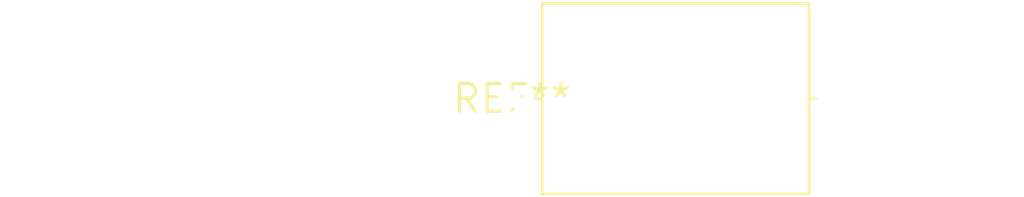
<source format=kicad_pcb>
(kicad_pcb (version 20240108) (generator pcbnew)
  (layers (0 "F.Cu" signal) (31 "B.Cu" signal) (34 "B.Paste" user) (35 "F.Paste" user) (36 "B.SilkS" user "B.Silkscreen") (37 "F.SilkS" user "F.Silkscreen") (38 "B.Mask" user) (39 "F.Mask" user) (44 "Edge.Cuts" user))
  (net 0 "")
  (footprint "C_Axial_L12.0mm_D8.5mm_P15.00mm_Horizontal" (layer "F.Cu") (at 0 0)
    (property "Reference" "REF**")
    (property "Value" "C_Axial_L12.0mm_D8.5mm_P15.00mm_Horizontal")
    (fp_line (start 1.04 0) (end 1.38 0) (layer "F.SilkS") (stroke (width 0.12)))
    (fp_line (start 1.38 -4.37) (end 1.38 4.37) (layer "F.SilkS") (stroke (width 0.12)))
    (fp_line (start 1.38 4.37) (end 13.62 4.37) (layer "F.SilkS") (stroke (width 0.12)))
    (fp_line (start 13.62 -4.37) (end 1.38 -4.37) (layer "F.SilkS") (stroke (width 0.12)))
    (fp_line (start 13.62 4.37) (end 13.62 -4.37) (layer "F.SilkS") (stroke (width 0.12)))
    (fp_line (start 13.96 0) (end 13.62 0) (layer "F.SilkS") (stroke (width 0.12)))
    (pad "1" thru_hole circle (at 0 0) (size 1.6 1.6) (drill 0.8) (layers *.Cu *.Mask) (remove_unused_layers))
    (pad "2" thru_hole oval (at 15 0) (size 1.6 1.6) (drill 0.8) (layers *.Cu *.Mask) (remove_unused_layers))
  )
)
</source>
